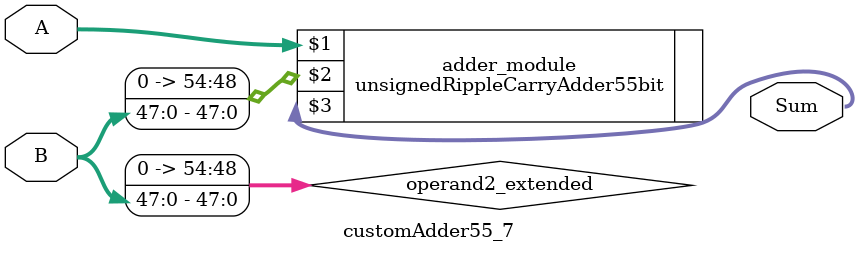
<source format=v>
module customAdder55_7(
                        input [54 : 0] A,
                        input [47 : 0] B,
                        
                        output [55 : 0] Sum
                );

        wire [54 : 0] operand2_extended;
        
        assign operand2_extended =  {7'b0, B};
        
        unsignedRippleCarryAdder55bit adder_module(
            A,
            operand2_extended,
            Sum
        );
        
        endmodule
        
</source>
